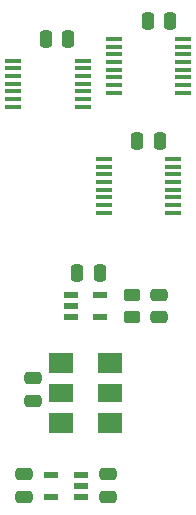
<source format=gtp>
%TF.GenerationSoftware,KiCad,Pcbnew,9.0.2*%
%TF.CreationDate,2025-06-17T16:08:07+02:00*%
%TF.ProjectId,Coprocessor Memory Select,436f7072-6f63-4657-9373-6f72204d656d,V0*%
%TF.SameCoordinates,Original*%
%TF.FileFunction,Paste,Top*%
%TF.FilePolarity,Positive*%
%FSLAX46Y46*%
G04 Gerber Fmt 4.6, Leading zero omitted, Abs format (unit mm)*
G04 Created by KiCad (PCBNEW 9.0.2) date 2025-06-17 16:08:07*
%MOMM*%
%LPD*%
G01*
G04 APERTURE LIST*
G04 Aperture macros list*
%AMRoundRect*
0 Rectangle with rounded corners*
0 $1 Rounding radius*
0 $2 $3 $4 $5 $6 $7 $8 $9 X,Y pos of 4 corners*
0 Add a 4 corners polygon primitive as box body*
4,1,4,$2,$3,$4,$5,$6,$7,$8,$9,$2,$3,0*
0 Add four circle primitives for the rounded corners*
1,1,$1+$1,$2,$3*
1,1,$1+$1,$4,$5*
1,1,$1+$1,$6,$7*
1,1,$1+$1,$8,$9*
0 Add four rect primitives between the rounded corners*
20,1,$1+$1,$2,$3,$4,$5,0*
20,1,$1+$1,$4,$5,$6,$7,0*
20,1,$1+$1,$6,$7,$8,$9,0*
20,1,$1+$1,$8,$9,$2,$3,0*%
G04 Aperture macros list end*
%ADD10RoundRect,0.250000X0.250000X0.475000X-0.250000X0.475000X-0.250000X-0.475000X0.250000X-0.475000X0*%
%ADD11R,1.475000X0.450000*%
%ADD12R,1.450000X0.450000*%
%ADD13RoundRect,0.250000X0.475000X-0.250000X0.475000X0.250000X-0.475000X0.250000X-0.475000X-0.250000X0*%
%ADD14R,2.000000X1.800000*%
%ADD15R,2.000000X1.600000*%
%ADD16RoundRect,0.250000X-0.450000X0.262500X-0.450000X-0.262500X0.450000X-0.262500X0.450000X0.262500X0*%
%ADD17R,1.250000X0.600000*%
%ADD18RoundRect,0.250000X-0.475000X0.250000X-0.475000X-0.250000X0.475000X-0.250000X0.475000X0.250000X0*%
%ADD19R,1.150000X0.600000*%
G04 APERTURE END LIST*
D10*
%TO.C,C6*%
X16682000Y-11430000D03*
X14782000Y-11430000D03*
%TD*%
%TO.C,C5*%
X17571000Y-1270000D03*
X15671000Y-1270000D03*
%TD*%
D11*
%TO.C,IC4*%
X4301000Y-4654000D03*
X4301000Y-5304000D03*
X4301000Y-5954000D03*
X4301000Y-6604000D03*
X4301000Y-7254000D03*
X4301000Y-7904000D03*
X4301000Y-8554000D03*
X10177000Y-8554000D03*
X10177000Y-7904000D03*
X10177000Y-7254000D03*
X10177000Y-6604000D03*
X10177000Y-5954000D03*
X10177000Y-5304000D03*
X10177000Y-4654000D03*
%TD*%
D12*
%TO.C,IC1*%
X11934000Y-12965000D03*
X11934000Y-13615000D03*
X11934000Y-14265000D03*
X11934000Y-14915000D03*
X11934000Y-15565000D03*
X11934000Y-16215000D03*
X11934000Y-16865000D03*
X11934000Y-17515000D03*
X17784000Y-17515000D03*
X17784000Y-16865000D03*
X17784000Y-16215000D03*
X17784000Y-15565000D03*
X17784000Y-14915000D03*
X17784000Y-14265000D03*
X17784000Y-13615000D03*
X17784000Y-12965000D03*
%TD*%
D13*
%TO.C,C4*%
X5969000Y-33446000D03*
X5969000Y-31546000D03*
%TD*%
D10*
%TO.C,C2*%
X8935000Y-2794000D03*
X7035000Y-2794000D03*
%TD*%
%TO.C,C1*%
X11602000Y-22606000D03*
X9702000Y-22606000D03*
%TD*%
D14*
%TO.C,Y1*%
X12514000Y-35306000D03*
D15*
X12514000Y-32766000D03*
D14*
X12514000Y-30226000D03*
X8314000Y-30226000D03*
D15*
X8314000Y-32766000D03*
D14*
X8314000Y-35306000D03*
%TD*%
D16*
%TO.C,R7*%
X14361000Y-24487500D03*
X14361000Y-26312500D03*
%TD*%
D17*
%TO.C,IC12*%
X9164000Y-24450000D03*
X9164000Y-25400000D03*
X9164000Y-26350000D03*
X11664000Y-26350000D03*
X11664000Y-24450000D03*
%TD*%
D12*
%TO.C,IC9*%
X12823000Y-2805000D03*
X12823000Y-3455000D03*
X12823000Y-4105000D03*
X12823000Y-4755000D03*
X12823000Y-5405000D03*
X12823000Y-6055000D03*
X12823000Y-6705000D03*
X12823000Y-7355000D03*
X18673000Y-7355000D03*
X18673000Y-6705000D03*
X18673000Y-6055000D03*
X18673000Y-5405000D03*
X18673000Y-4755000D03*
X18673000Y-4105000D03*
X18673000Y-3455000D03*
X18673000Y-2805000D03*
%TD*%
D18*
%TO.C,C3*%
X16637000Y-24466000D03*
X16637000Y-26366000D03*
%TD*%
D13*
%TO.C,C9*%
X5207000Y-41574000D03*
X5207000Y-39674000D03*
%TD*%
%TO.C,C8*%
X12319000Y-41574000D03*
X12319000Y-39674000D03*
%TD*%
D19*
%TO.C,IC5*%
X10063000Y-41590000D03*
X10063000Y-40640000D03*
X10063000Y-39690000D03*
X7463000Y-39690000D03*
X7463000Y-41590000D03*
%TD*%
M02*

</source>
